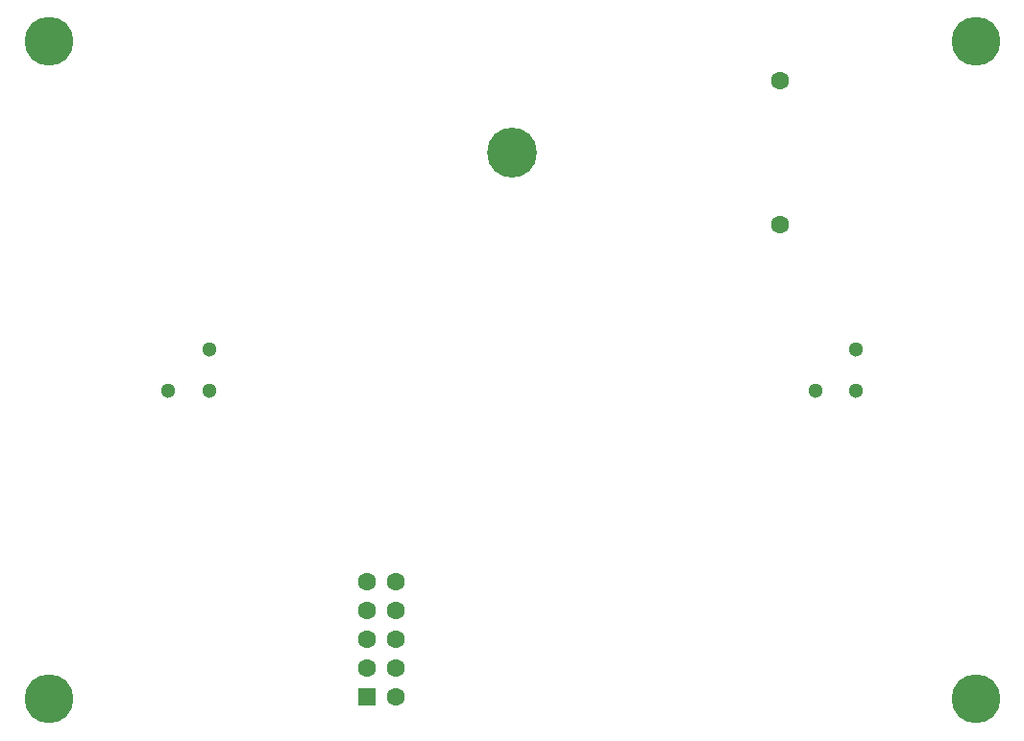
<source format=gbs>
G04 #@! TF.FileFunction,Soldermask,Bot*
%FSLAX46Y46*%
G04 Gerber Fmt 4.6, Leading zero omitted, Abs format (unit mm)*
G04 Created by KiCad (PCBNEW (2015-06-24 BZR 5814)-product) date Tue Mar 14 22:56:28 2017*
%MOMM*%
G01*
G04 APERTURE LIST*
%ADD10C,0.100000*%
%ADD11C,4.300000*%
%ADD12C,1.600000*%
%ADD13C,4.400000*%
%ADD14R,1.600000X1.600000*%
%ADD15C,1.300000*%
G04 APERTURE END LIST*
D10*
D11*
X53000000Y-149000000D03*
X134700000Y-149000000D03*
X134700000Y-91000000D03*
X53000000Y-91000000D03*
D12*
X117475000Y-94488000D03*
X117475000Y-107188000D03*
D13*
X93850000Y-100838000D03*
D14*
X81026000Y-148844000D03*
D12*
X83566000Y-148844000D03*
X81026000Y-146304000D03*
X83566000Y-146304000D03*
X81026000Y-143764000D03*
X83566000Y-143764000D03*
X81026000Y-141224000D03*
X83566000Y-141224000D03*
X81026000Y-138684000D03*
X83566000Y-138684000D03*
D15*
X63554000Y-121796000D03*
X67146000Y-118204000D03*
X67146000Y-121796000D03*
X120554000Y-121796000D03*
X124146000Y-118204000D03*
X124146000Y-121796000D03*
M02*

</source>
